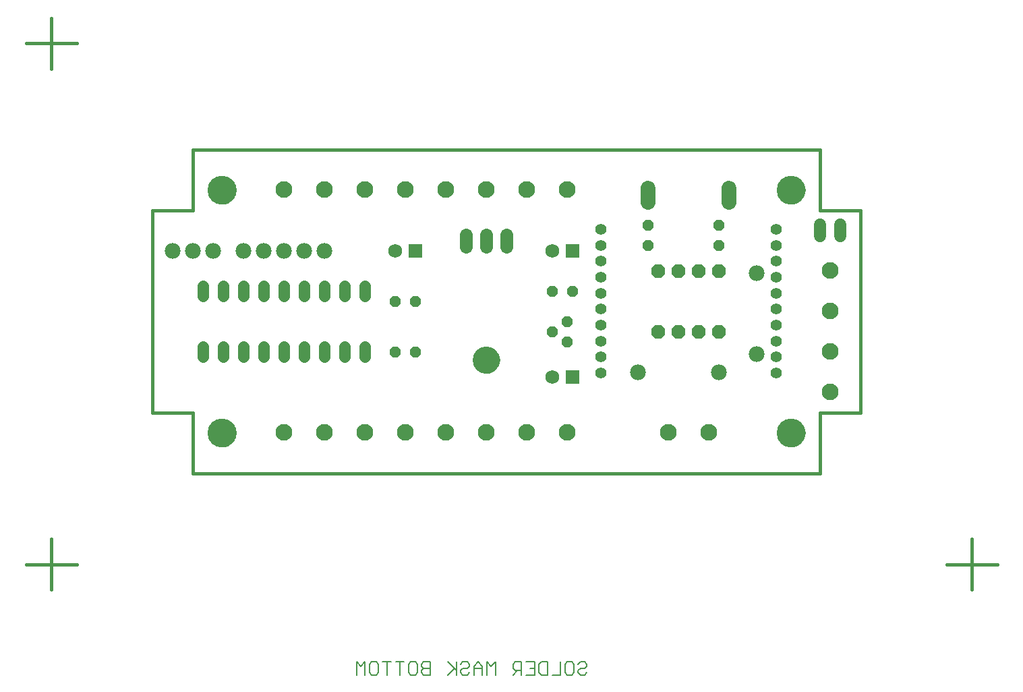
<source format=gbs>
G75*
G70*
%OFA0B0*%
%FSLAX24Y24*%
%IPPOS*%
%LPD*%
%AMOC8*
5,1,8,0,0,1.08239X$1,22.5*
%
%ADD10C,0.0160*%
%ADD11C,0.0000*%
%ADD12C,0.1418*%
%ADD13C,0.0060*%
%ADD14OC8,0.0670*%
%ADD15C,0.0827*%
%ADD16OC8,0.0560*%
%ADD17C,0.0640*%
%ADD18C,0.1340*%
%ADD19R,0.0690X0.0690*%
%ADD20C,0.0690*%
%ADD21C,0.0780*%
%ADD22C,0.0555*%
%ADD23C,0.0560*%
%ADD24C,0.0740*%
%ADD25C,0.0600*%
D10*
X004331Y004583D02*
X004331Y007083D01*
X003081Y005833D02*
X005581Y005833D01*
X011331Y010333D02*
X011331Y013333D01*
X009331Y013333D01*
X009331Y023333D01*
X011331Y023333D01*
X011331Y026333D01*
X042331Y026333D01*
X042331Y023333D01*
X044331Y023333D01*
X044331Y013333D01*
X042331Y013333D01*
X042331Y010333D01*
X011331Y010333D01*
X004331Y030333D02*
X004331Y032833D01*
X003081Y031583D02*
X005581Y031583D01*
X048581Y005833D02*
X051081Y005833D01*
X049831Y004583D02*
X049831Y007083D01*
D11*
X040204Y012333D02*
X040206Y012385D01*
X040212Y012437D01*
X040222Y012488D01*
X040235Y012538D01*
X040253Y012588D01*
X040274Y012635D01*
X040298Y012681D01*
X040327Y012725D01*
X040358Y012767D01*
X040392Y012806D01*
X040429Y012843D01*
X040469Y012876D01*
X040512Y012907D01*
X040556Y012934D01*
X040602Y012958D01*
X040651Y012978D01*
X040700Y012994D01*
X040751Y013007D01*
X040802Y013016D01*
X040854Y013021D01*
X040906Y013022D01*
X040958Y013019D01*
X041010Y013012D01*
X041061Y013001D01*
X041111Y012987D01*
X041160Y012968D01*
X041207Y012946D01*
X041252Y012921D01*
X041296Y012892D01*
X041337Y012860D01*
X041376Y012825D01*
X041411Y012787D01*
X041444Y012746D01*
X041474Y012704D01*
X041500Y012659D01*
X041523Y012612D01*
X041542Y012563D01*
X041558Y012513D01*
X041570Y012463D01*
X041578Y012411D01*
X041582Y012359D01*
X041582Y012307D01*
X041578Y012255D01*
X041570Y012203D01*
X041558Y012153D01*
X041542Y012103D01*
X041523Y012054D01*
X041500Y012007D01*
X041474Y011962D01*
X041444Y011920D01*
X041411Y011879D01*
X041376Y011841D01*
X041337Y011806D01*
X041296Y011774D01*
X041252Y011745D01*
X041207Y011720D01*
X041160Y011698D01*
X041111Y011679D01*
X041061Y011665D01*
X041010Y011654D01*
X040958Y011647D01*
X040906Y011644D01*
X040854Y011645D01*
X040802Y011650D01*
X040751Y011659D01*
X040700Y011672D01*
X040651Y011688D01*
X040602Y011708D01*
X040556Y011732D01*
X040512Y011759D01*
X040469Y011790D01*
X040429Y011823D01*
X040392Y011860D01*
X040358Y011899D01*
X040327Y011941D01*
X040298Y011985D01*
X040274Y012031D01*
X040253Y012078D01*
X040235Y012128D01*
X040222Y012178D01*
X040212Y012229D01*
X040206Y012281D01*
X040204Y012333D01*
X025181Y015933D02*
X025183Y015983D01*
X025189Y016033D01*
X025199Y016083D01*
X025212Y016131D01*
X025229Y016179D01*
X025250Y016225D01*
X025274Y016269D01*
X025302Y016311D01*
X025333Y016351D01*
X025367Y016388D01*
X025404Y016423D01*
X025443Y016454D01*
X025484Y016483D01*
X025528Y016508D01*
X025574Y016530D01*
X025621Y016548D01*
X025669Y016562D01*
X025718Y016573D01*
X025768Y016580D01*
X025818Y016583D01*
X025869Y016582D01*
X025919Y016577D01*
X025969Y016568D01*
X026017Y016556D01*
X026065Y016539D01*
X026111Y016519D01*
X026156Y016496D01*
X026199Y016469D01*
X026239Y016439D01*
X026277Y016406D01*
X026312Y016370D01*
X026345Y016331D01*
X026374Y016290D01*
X026400Y016247D01*
X026423Y016202D01*
X026442Y016155D01*
X026457Y016107D01*
X026469Y016058D01*
X026477Y016008D01*
X026481Y015958D01*
X026481Y015908D01*
X026477Y015858D01*
X026469Y015808D01*
X026457Y015759D01*
X026442Y015711D01*
X026423Y015664D01*
X026400Y015619D01*
X026374Y015576D01*
X026345Y015535D01*
X026312Y015496D01*
X026277Y015460D01*
X026239Y015427D01*
X026199Y015397D01*
X026156Y015370D01*
X026111Y015347D01*
X026065Y015327D01*
X026017Y015310D01*
X025969Y015298D01*
X025919Y015289D01*
X025869Y015284D01*
X025818Y015283D01*
X025768Y015286D01*
X025718Y015293D01*
X025669Y015304D01*
X025621Y015318D01*
X025574Y015336D01*
X025528Y015358D01*
X025484Y015383D01*
X025443Y015412D01*
X025404Y015443D01*
X025367Y015478D01*
X025333Y015515D01*
X025302Y015555D01*
X025274Y015597D01*
X025250Y015641D01*
X025229Y015687D01*
X025212Y015735D01*
X025199Y015783D01*
X025189Y015833D01*
X025183Y015883D01*
X025181Y015933D01*
X012079Y012333D02*
X012081Y012385D01*
X012087Y012437D01*
X012097Y012488D01*
X012110Y012538D01*
X012128Y012588D01*
X012149Y012635D01*
X012173Y012681D01*
X012202Y012725D01*
X012233Y012767D01*
X012267Y012806D01*
X012304Y012843D01*
X012344Y012876D01*
X012387Y012907D01*
X012431Y012934D01*
X012477Y012958D01*
X012526Y012978D01*
X012575Y012994D01*
X012626Y013007D01*
X012677Y013016D01*
X012729Y013021D01*
X012781Y013022D01*
X012833Y013019D01*
X012885Y013012D01*
X012936Y013001D01*
X012986Y012987D01*
X013035Y012968D01*
X013082Y012946D01*
X013127Y012921D01*
X013171Y012892D01*
X013212Y012860D01*
X013251Y012825D01*
X013286Y012787D01*
X013319Y012746D01*
X013349Y012704D01*
X013375Y012659D01*
X013398Y012612D01*
X013417Y012563D01*
X013433Y012513D01*
X013445Y012463D01*
X013453Y012411D01*
X013457Y012359D01*
X013457Y012307D01*
X013453Y012255D01*
X013445Y012203D01*
X013433Y012153D01*
X013417Y012103D01*
X013398Y012054D01*
X013375Y012007D01*
X013349Y011962D01*
X013319Y011920D01*
X013286Y011879D01*
X013251Y011841D01*
X013212Y011806D01*
X013171Y011774D01*
X013127Y011745D01*
X013082Y011720D01*
X013035Y011698D01*
X012986Y011679D01*
X012936Y011665D01*
X012885Y011654D01*
X012833Y011647D01*
X012781Y011644D01*
X012729Y011645D01*
X012677Y011650D01*
X012626Y011659D01*
X012575Y011672D01*
X012526Y011688D01*
X012477Y011708D01*
X012431Y011732D01*
X012387Y011759D01*
X012344Y011790D01*
X012304Y011823D01*
X012267Y011860D01*
X012233Y011899D01*
X012202Y011941D01*
X012173Y011985D01*
X012149Y012031D01*
X012128Y012078D01*
X012110Y012128D01*
X012097Y012178D01*
X012087Y012229D01*
X012081Y012281D01*
X012079Y012333D01*
X012079Y024333D02*
X012081Y024385D01*
X012087Y024437D01*
X012097Y024488D01*
X012110Y024538D01*
X012128Y024588D01*
X012149Y024635D01*
X012173Y024681D01*
X012202Y024725D01*
X012233Y024767D01*
X012267Y024806D01*
X012304Y024843D01*
X012344Y024876D01*
X012387Y024907D01*
X012431Y024934D01*
X012477Y024958D01*
X012526Y024978D01*
X012575Y024994D01*
X012626Y025007D01*
X012677Y025016D01*
X012729Y025021D01*
X012781Y025022D01*
X012833Y025019D01*
X012885Y025012D01*
X012936Y025001D01*
X012986Y024987D01*
X013035Y024968D01*
X013082Y024946D01*
X013127Y024921D01*
X013171Y024892D01*
X013212Y024860D01*
X013251Y024825D01*
X013286Y024787D01*
X013319Y024746D01*
X013349Y024704D01*
X013375Y024659D01*
X013398Y024612D01*
X013417Y024563D01*
X013433Y024513D01*
X013445Y024463D01*
X013453Y024411D01*
X013457Y024359D01*
X013457Y024307D01*
X013453Y024255D01*
X013445Y024203D01*
X013433Y024153D01*
X013417Y024103D01*
X013398Y024054D01*
X013375Y024007D01*
X013349Y023962D01*
X013319Y023920D01*
X013286Y023879D01*
X013251Y023841D01*
X013212Y023806D01*
X013171Y023774D01*
X013127Y023745D01*
X013082Y023720D01*
X013035Y023698D01*
X012986Y023679D01*
X012936Y023665D01*
X012885Y023654D01*
X012833Y023647D01*
X012781Y023644D01*
X012729Y023645D01*
X012677Y023650D01*
X012626Y023659D01*
X012575Y023672D01*
X012526Y023688D01*
X012477Y023708D01*
X012431Y023732D01*
X012387Y023759D01*
X012344Y023790D01*
X012304Y023823D01*
X012267Y023860D01*
X012233Y023899D01*
X012202Y023941D01*
X012173Y023985D01*
X012149Y024031D01*
X012128Y024078D01*
X012110Y024128D01*
X012097Y024178D01*
X012087Y024229D01*
X012081Y024281D01*
X012079Y024333D01*
X040204Y024333D02*
X040206Y024385D01*
X040212Y024437D01*
X040222Y024488D01*
X040235Y024538D01*
X040253Y024588D01*
X040274Y024635D01*
X040298Y024681D01*
X040327Y024725D01*
X040358Y024767D01*
X040392Y024806D01*
X040429Y024843D01*
X040469Y024876D01*
X040512Y024907D01*
X040556Y024934D01*
X040602Y024958D01*
X040651Y024978D01*
X040700Y024994D01*
X040751Y025007D01*
X040802Y025016D01*
X040854Y025021D01*
X040906Y025022D01*
X040958Y025019D01*
X041010Y025012D01*
X041061Y025001D01*
X041111Y024987D01*
X041160Y024968D01*
X041207Y024946D01*
X041252Y024921D01*
X041296Y024892D01*
X041337Y024860D01*
X041376Y024825D01*
X041411Y024787D01*
X041444Y024746D01*
X041474Y024704D01*
X041500Y024659D01*
X041523Y024612D01*
X041542Y024563D01*
X041558Y024513D01*
X041570Y024463D01*
X041578Y024411D01*
X041582Y024359D01*
X041582Y024307D01*
X041578Y024255D01*
X041570Y024203D01*
X041558Y024153D01*
X041542Y024103D01*
X041523Y024054D01*
X041500Y024007D01*
X041474Y023962D01*
X041444Y023920D01*
X041411Y023879D01*
X041376Y023841D01*
X041337Y023806D01*
X041296Y023774D01*
X041252Y023745D01*
X041207Y023720D01*
X041160Y023698D01*
X041111Y023679D01*
X041061Y023665D01*
X041010Y023654D01*
X040958Y023647D01*
X040906Y023644D01*
X040854Y023645D01*
X040802Y023650D01*
X040751Y023659D01*
X040700Y023672D01*
X040651Y023688D01*
X040602Y023708D01*
X040556Y023732D01*
X040512Y023759D01*
X040469Y023790D01*
X040429Y023823D01*
X040392Y023860D01*
X040358Y023899D01*
X040327Y023941D01*
X040298Y023985D01*
X040274Y024031D01*
X040253Y024078D01*
X040235Y024128D01*
X040222Y024178D01*
X040212Y024229D01*
X040206Y024281D01*
X040204Y024333D01*
D12*
X040893Y024333D03*
X040893Y012333D03*
X012768Y012333D03*
X012768Y024333D03*
D13*
X019417Y001004D02*
X019417Y000363D01*
X019844Y000363D02*
X019844Y001004D01*
X019630Y000790D01*
X019417Y001004D01*
X020061Y000897D02*
X020061Y000470D01*
X020168Y000363D01*
X020381Y000363D01*
X020488Y000470D01*
X020488Y000897D01*
X020381Y001004D01*
X020168Y001004D01*
X020061Y000897D01*
X020706Y001004D02*
X021133Y001004D01*
X020919Y001004D02*
X020919Y000363D01*
X021564Y000363D02*
X021564Y001004D01*
X021777Y001004D02*
X021350Y001004D01*
X021995Y000897D02*
X022102Y001004D01*
X022315Y001004D01*
X022422Y000897D01*
X022422Y000470D01*
X022315Y000363D01*
X022102Y000363D01*
X021995Y000470D01*
X021995Y000897D01*
X022639Y000897D02*
X022639Y000790D01*
X022746Y000684D01*
X023066Y000684D01*
X023066Y001004D02*
X023066Y000363D01*
X022746Y000363D01*
X022639Y000470D01*
X022639Y000577D01*
X022746Y000684D01*
X022639Y000897D02*
X022746Y001004D01*
X023066Y001004D01*
X023928Y001004D02*
X024355Y000577D01*
X024249Y000684D02*
X023928Y000363D01*
X024355Y000363D02*
X024355Y001004D01*
X024573Y000897D02*
X024680Y001004D01*
X024893Y001004D01*
X025000Y000897D01*
X025000Y000790D01*
X024893Y000684D01*
X024680Y000684D01*
X024573Y000577D01*
X024573Y000470D01*
X024680Y000363D01*
X024893Y000363D01*
X025000Y000470D01*
X025218Y000363D02*
X025218Y000790D01*
X025431Y001004D01*
X025645Y000790D01*
X025645Y000363D01*
X025862Y000363D02*
X025862Y001004D01*
X026076Y000790D01*
X026289Y001004D01*
X026289Y000363D01*
X025645Y000684D02*
X025218Y000684D01*
X027151Y000684D02*
X027258Y000577D01*
X027578Y000577D01*
X027365Y000577D02*
X027151Y000363D01*
X027151Y000684D02*
X027151Y000897D01*
X027258Y001004D01*
X027578Y001004D01*
X027578Y000363D01*
X027796Y000363D02*
X028223Y000363D01*
X028223Y001004D01*
X027796Y001004D01*
X028009Y000684D02*
X028223Y000684D01*
X028440Y000897D02*
X028547Y001004D01*
X028867Y001004D01*
X028867Y000363D01*
X028547Y000363D01*
X028440Y000470D01*
X028440Y000897D01*
X029085Y000363D02*
X029512Y000363D01*
X029512Y001004D01*
X029729Y000897D02*
X029836Y001004D01*
X030050Y001004D01*
X030156Y000897D01*
X030156Y000470D01*
X030050Y000363D01*
X029836Y000363D01*
X029729Y000470D01*
X029729Y000897D01*
X030374Y000897D02*
X030481Y001004D01*
X030694Y001004D01*
X030801Y000897D01*
X030801Y000790D01*
X030694Y000684D01*
X030481Y000684D01*
X030374Y000577D01*
X030374Y000470D01*
X030481Y000363D01*
X030694Y000363D01*
X030801Y000470D01*
D14*
X034331Y017333D03*
X035331Y017333D03*
X036331Y017333D03*
X037331Y017333D03*
X037331Y020333D03*
X036331Y020333D03*
X035331Y020333D03*
X034331Y020333D03*
D15*
X029823Y024343D03*
X027823Y024343D03*
X025823Y024343D03*
X023823Y024343D03*
X021823Y024343D03*
X019823Y024343D03*
X017823Y024343D03*
X015823Y024343D03*
X015823Y012343D03*
X017823Y012343D03*
X019823Y012343D03*
X021823Y012343D03*
X023823Y012343D03*
X025823Y012343D03*
X027823Y012343D03*
X029823Y012343D03*
X034823Y012343D03*
X036823Y012343D03*
X042841Y014342D03*
X042841Y016342D03*
X042841Y018342D03*
X042841Y020342D03*
D16*
X037331Y021583D03*
X037331Y022583D03*
X033831Y022583D03*
X033831Y021583D03*
X030081Y019333D03*
X029081Y019333D03*
X029831Y017833D03*
X029081Y017333D03*
X029831Y016833D03*
X022331Y016333D03*
X021331Y016333D03*
X021331Y018833D03*
X022331Y018833D03*
D17*
X024831Y021533D02*
X024831Y022133D01*
X025831Y022133D02*
X025831Y021533D01*
X026831Y021533D02*
X026831Y022133D01*
D18*
X025831Y015933D03*
D19*
X030081Y015083D03*
X030081Y021333D03*
X022331Y021333D03*
D20*
X021331Y021333D03*
X029081Y021333D03*
X029081Y015083D03*
D21*
X033331Y015333D03*
X037331Y015333D03*
X039206Y016208D03*
X039206Y020208D03*
X017831Y021333D03*
X016831Y021333D03*
X015831Y021333D03*
X014831Y021333D03*
X013831Y021333D03*
X012331Y021333D03*
X011331Y021333D03*
X010331Y021333D03*
D22*
X031500Y021589D03*
X031500Y020802D03*
X031500Y020014D03*
X031500Y019227D03*
X031500Y018440D03*
X031500Y017652D03*
X031500Y016865D03*
X031500Y016077D03*
X031500Y015290D03*
X040162Y015290D03*
X040162Y016077D03*
X040162Y016865D03*
X040162Y017652D03*
X040162Y018440D03*
X040162Y019227D03*
X040162Y020014D03*
X040162Y020802D03*
X040162Y021589D03*
X040162Y022377D03*
X031500Y022377D03*
D23*
X019831Y019593D02*
X019831Y019073D01*
X018831Y019073D02*
X018831Y019593D01*
X017831Y019593D02*
X017831Y019073D01*
X016831Y019073D02*
X016831Y019593D01*
X015831Y019593D02*
X015831Y019073D01*
X014831Y019073D02*
X014831Y019593D01*
X013831Y019593D02*
X013831Y019073D01*
X012831Y019073D02*
X012831Y019593D01*
X011831Y019593D02*
X011831Y019073D01*
X011831Y016593D02*
X011831Y016073D01*
X012831Y016073D02*
X012831Y016593D01*
X013831Y016593D02*
X013831Y016073D01*
X014831Y016073D02*
X014831Y016593D01*
X015831Y016593D02*
X015831Y016073D01*
X016831Y016073D02*
X016831Y016593D01*
X017831Y016593D02*
X017831Y016073D01*
X018831Y016073D02*
X018831Y016593D01*
X019831Y016593D02*
X019831Y016073D01*
D24*
X033831Y023733D02*
X033831Y024433D01*
X037831Y024433D02*
X037831Y023733D01*
D25*
X042331Y022613D02*
X042331Y022053D01*
X043331Y022053D02*
X043331Y022613D01*
M02*

</source>
